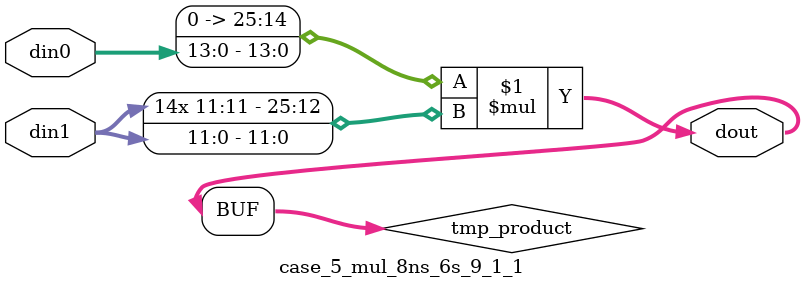
<source format=v>

`timescale 1 ns / 1 ps

 (* use_dsp = "no" *)  module case_5_mul_8ns_6s_9_1_1(din0, din1, dout);
parameter ID = 1;
parameter NUM_STAGE = 0;
parameter din0_WIDTH = 14;
parameter din1_WIDTH = 12;
parameter dout_WIDTH = 26;

input [din0_WIDTH - 1 : 0] din0; 
input [din1_WIDTH - 1 : 0] din1; 
output [dout_WIDTH - 1 : 0] dout;

wire signed [dout_WIDTH - 1 : 0] tmp_product;

























assign tmp_product = $signed({1'b0, din0}) * $signed(din1);










assign dout = tmp_product;





















endmodule

</source>
